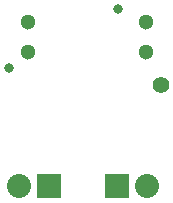
<source format=gbs>
G04 #@! TF.FileFunction,Soldermask,Bot*
%FSLAX46Y46*%
G04 Gerber Fmt 4.6, Leading zero omitted, Abs format (unit mm)*
G04 Created by KiCad (PCBNEW 4.0.1-stable) date 5/29/2016 12:54:54 PM*
%MOMM*%
G01*
G04 APERTURE LIST*
%ADD10C,0.100000*%
%ADD11R,2.032000X2.032000*%
%ADD12O,2.032000X2.032000*%
%ADD13C,1.397000*%
%ADD14C,1.300000*%
%ADD15C,0.800000*%
G04 APERTURE END LIST*
D10*
D11*
X179770000Y-121590000D03*
D12*
X182310000Y-121590000D03*
D13*
X183450000Y-113050000D03*
D11*
X174010000Y-121590000D03*
D12*
X171470000Y-121590000D03*
D14*
X182200000Y-110240000D03*
X182200000Y-107700000D03*
D15*
X179800000Y-106620000D03*
D14*
X172200000Y-110240000D03*
X172200000Y-107700000D03*
D15*
X170600000Y-111570000D03*
M02*

</source>
